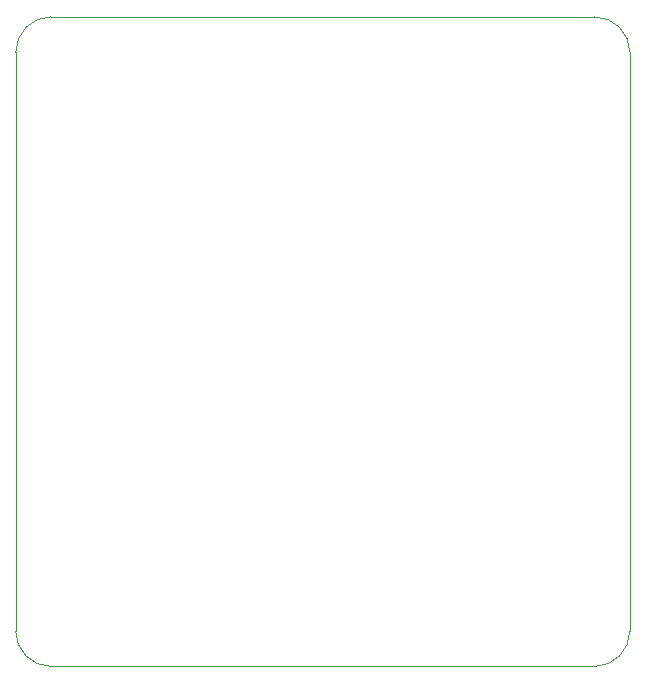
<source format=gbr>
%TF.GenerationSoftware,KiCad,Pcbnew,9.0.0*%
%TF.CreationDate,2025-03-28T00:35:08-07:00*%
%TF.ProjectId,stm32f429vit6_v1,73746d33-3266-4343-9239-766974365f76,rev?*%
%TF.SameCoordinates,Original*%
%TF.FileFunction,Profile,NP*%
%FSLAX46Y46*%
G04 Gerber Fmt 4.6, Leading zero omitted, Abs format (unit mm)*
G04 Created by KiCad (PCBNEW 9.0.0) date 2025-03-28 00:35:08*
%MOMM*%
%LPD*%
G01*
G04 APERTURE LIST*
%TA.AperFunction,Profile*%
%ADD10C,0.050000*%
%TD*%
G04 APERTURE END LIST*
D10*
X156000000Y-107000000D02*
X202000000Y-107000000D01*
X202000000Y-52000000D02*
X156000000Y-52000000D01*
X153000000Y-55000000D02*
G75*
G02*
X156000000Y-52000000I3000000J0D01*
G01*
X205000000Y-104000000D02*
X205000000Y-55000000D01*
X153000000Y-55000000D02*
X153000000Y-104000000D01*
X202000000Y-52000000D02*
G75*
G02*
X205000000Y-55000000I0J-3000000D01*
G01*
X205000000Y-104000000D02*
G75*
G02*
X202000000Y-107000000I-3000000J0D01*
G01*
X156000000Y-107000000D02*
G75*
G02*
X153000000Y-104000000I0J3000000D01*
G01*
M02*

</source>
